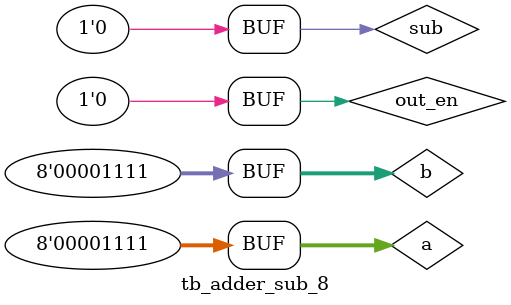
<source format=v>
module tb_adder_sub_8();
	reg [7:0] a, b;
	reg sub, out_en;
	wire cout;
	wire [7:0] out;

	adder_sub_8 uut(a, b, sub, out_en, cout, out);

	initial
	begin
		a = 8'h0f;
		b = 8'h0f;
		sub = 0;
		out_en = 1;
		#10;
		out_en = 0;
		#10;
	end

	initial
	begin
		$monitor("out:%x", out);
	end
endmodule

</source>
